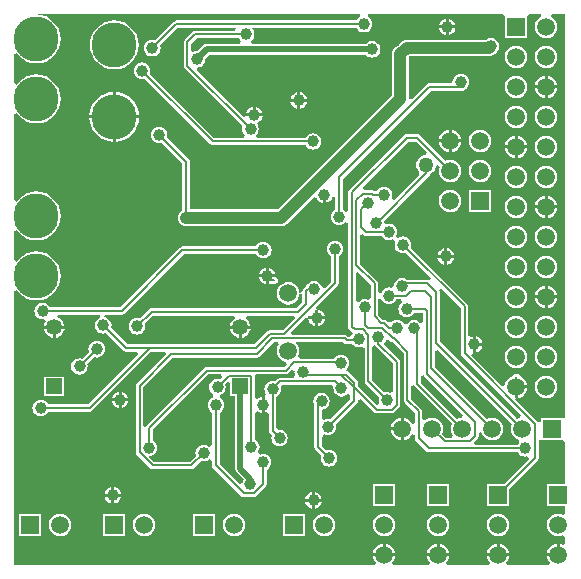
<source format=gbl>
%FSTAX23Y23*%
%MOIN*%
%SFA1B1*%

%IPPOS*%
%ADD22C,0.039370*%
%ADD23C,0.007870*%
%ADD26C,0.019690*%
%ADD32C,0.012600*%
%ADD33C,0.059060*%
%ADD34C,0.059060*%
%ADD35R,0.059060X0.059060*%
%ADD36C,0.150000*%
%ADD37R,0.059060X0.059060*%
%ADD38R,0.053150X0.053150*%
%ADD39C,0.053150*%
%ADD40C,0.050000*%
%ADD41C,0.039370*%
%LNpaw8-1*%
%LPD*%
G36*
X03166Y03806D02*
X0317Y03803D01*
X03175Y03802*
X03193*
X03195Y038*
X03201Y03795*
X03207Y03793*
X03215Y03792*
X03222Y03793*
X03226Y03794*
X03234Y03789*
Y03678*
X03235Y03673*
X03237Y03669*
X03282Y03625*
X03282Y03623*
X03281Y03616*
X03282Y03608*
X03283Y03604*
X03275Y03599*
X03212Y03662*
Y03672*
X03211Y03677*
X03208Y03681*
X03181Y03708*
X03177Y03711*
X03172Y03712*
Y03717*
X03175Y03719*
X0318Y03725*
X03182Y03731*
X03183Y03739*
X03182Y03746*
X0318Y03752*
X03175Y03758*
X03169Y03763*
X03163Y03765*
X03156Y03766*
X03148Y03765*
X03142Y03763*
X03136Y03758*
X03132Y03753*
X03018*
X03012Y03761*
X03016Y0377*
X03017Y0378*
X03016Y03789*
X03012Y03798*
X03006Y03806*
X03007Y03809*
X03163*
X03166Y03806*
G37*
G36*
X03441Y04441D02*
X0344Y04433D01*
X03431Y04432*
X03423Y04428*
X03416Y04423*
X03411Y04416*
X03407Y04408*
X03406Y044*
X03407Y04391*
X03411Y04383*
X03416Y04376*
X03417Y04376*
X03417Y04366*
X03332Y04281*
X03324Y04286*
X03326Y04292*
X03327Y043*
X03326Y04307*
X03324Y04313*
X03319Y04319*
X03313Y04324*
X03307Y04326*
X033Y04327*
X03292Y04326*
X03286Y04324*
X0328Y04319*
X03275Y04313*
X03267Y04313*
X03263Y04316*
X03258Y04317*
X03231*
X03228Y04326*
X03379Y04477*
X03405*
X03441Y04441*
G37*
G36*
X03265Y03799D02*
D01*
X03271Y03795*
X03328Y03738*
Y03647*
X03326Y03644*
X0332Y0364*
X03316Y03642*
X03309Y03643*
X03301Y03642*
X03299Y03642*
X03258Y03683*
Y03791*
X03265Y03799*
G37*
G36*
X02948Y038D02*
X02947Y03798D01*
X02943Y03789*
X02942Y0378*
X02943Y0377*
X02947Y03761*
X02953Y03753*
X02961Y03747*
X0297Y03743*
X02971Y03743*
X02975Y03734*
X02967Y03726*
X02708*
X02703Y03725*
X02699Y03722*
X02507Y0353*
X02505Y03527*
X02496Y0353*
Y03658*
X02595Y03757*
X02875*
X0288Y03758*
X02884Y0376*
X02932Y03809*
X02944*
X02948Y038*
G37*
G36*
X0276Y03692D02*
X02753Y03685D01*
X02751Y03685*
X02744Y03686*
X02736Y03685*
X0273Y03683*
X02724Y03678*
X0272Y03673*
X02717Y03666*
X02716Y03659*
X02717Y03651*
X0272Y03645*
X02724Y03639*
X0273Y03635*
Y03625*
X02725Y03623*
X02719Y03618*
X02714Y03612*
X02712Y03606*
X02711Y03599*
X02712Y03591*
X02714Y03585*
X02719Y03579*
X02725Y03574*
X02726Y03574*
Y03465*
X02717Y03458*
X02711Y03463*
X02705Y03465*
X02698Y03466*
X0269Y03465*
X02684Y03463*
X02678Y03458*
X02673Y03452*
X02671Y03446*
X0267Y03439*
X02671Y03431*
X02671Y03429*
X02652Y0341*
X02532*
X02515Y03427*
X02516Y03428*
X02523Y03429*
X02529Y03431*
X02535Y03436*
X0254Y03442*
X02542Y03448*
X02543Y03456*
X02542Y03463*
X0254Y03469*
X02535Y03475*
X02529Y0348*
X02528Y0348*
Y03517*
X02712Y03701*
X02757*
X0276Y03692*
G37*
G36*
X03555Y03923D02*
Y03771D01*
X03556Y03766*
X03559Y03762*
X03755Y03566*
X03752Y03556*
X0375Y03556*
X03743Y03553*
X03485Y03812*
Y03975*
X03484Y0398*
X03482Y03982*
X0349Y03988*
X03555Y03923*
G37*
G36*
X03432Y03695D02*
X03561Y03567D01*
X0356Y03562*
X03558Y03557*
X0355Y03556*
X03543Y03553*
X03422Y03674*
Y03695*
X03431Y03698*
X03432Y03695*
G37*
G36*
X03398Y03665D02*
X03401Y03661D01*
X03526Y03536*
X03523Y03529*
X03522Y0352*
X03523Y0351*
X03527Y03501*
X03529Y03498*
X03524Y0349*
X03506*
X03493Y03503*
X03496Y0351*
X03497Y0352*
X03496Y03529*
X03492Y03538*
X03486Y03546*
X03478Y03552*
X03469Y03556*
X0346Y03557*
X0345Y03556*
X03441Y03552*
X03435Y03548*
X03427Y03552*
Y03578*
X03426Y03582*
X03423Y03586*
X03389Y0362*
Y03664*
X03398Y03665*
X03398Y03665*
G37*
G36*
X02787Y03672D02*
Y03629D01*
X02803*
Y03386*
X02804Y0338*
X02805Y03379*
X02808Y03374*
X02831Y03351*
X0283Y03349*
X02828Y03343*
X02827Y03339*
X02818Y03336*
X02751Y03403*
Y03574*
X02752Y03574*
X02758Y03579*
X02763Y03585*
X02765Y03591*
X02766Y03599*
X02765Y03606*
X02763Y03612*
X02758Y03618*
X02752Y03623*
Y03632*
X02758Y03635*
X02763Y03639*
X02768Y03645*
X0277Y03651*
X02771Y03659*
X0277Y03666*
X0277Y03668*
X02778Y03676*
X02787Y03672*
G37*
G36*
X03726Y03536D02*
X03723Y03529D01*
X03722Y0352*
X03723Y0351*
X03727Y03501*
X03733Y03493*
X03741Y03487*
X0375Y03483*
X0375Y03474*
X03745Y03468*
X03745Y03467*
X03602*
X03599Y03476*
X0361Y03487*
X03612Y03489*
X03613Y03491*
X03614Y03496*
Y03507*
X03623Y03509*
X03627Y03501*
X03633Y03493*
X03641Y03487*
X0365Y03483*
X0366Y03482*
X03669Y03483*
X03678Y03487*
X03686Y03493*
X03692Y03501*
X03696Y0351*
X03697Y0352*
X03696Y03529*
X03692Y03538*
X03686Y03546*
X03678Y03552*
X03669Y03556*
X0366Y03557*
X0365Y03556*
X03643Y03553*
X03469Y03727*
Y0378*
X03478Y03784*
X03726Y03536*
G37*
G36*
X03231Y04166D02*
D01*
X03235Y04163*
X03235*
X0324Y04162*
X03291*
X03295Y04157*
X03301Y04152*
X03307Y0415*
X03315Y04149*
X03322Y0415*
X03328Y04152*
X0333Y04153*
X03337Y04147*
X03335Y04141*
X03334Y04134*
X03335Y04126*
X03337Y0412*
X03342Y04114*
X03348Y04109*
X03354Y04107*
X03362Y04106*
X03369Y04107*
X03371Y04107*
X03456Y04022*
X03449Y04015*
X03447Y04016*
X03442Y04017*
X03375*
X03373Y04019*
X03367Y04021*
X0336Y04022*
X03352Y04021*
X03346Y04019*
X0334Y04014*
X03335Y04008*
X03333Y04002*
X03332Y03995*
X03323Y0399*
X03322Y0399*
X03315Y03991*
X03308Y0399*
X03301Y03988*
X03296Y03983*
X03291Y03977*
X03289Y03973*
X0328Y03975*
Y04005*
X03279Y04009*
X03276Y04013*
X03219Y0407*
Y04165*
X03228Y04169*
X03231Y04166*
G37*
G36*
X03255Y04D02*
Y03958D01*
X0325Y03951*
X03247Y03949*
X03242Y03951*
X03235Y03952*
X03227Y03951*
X03221Y03949*
X03215Y03944*
X03213Y03942*
X03204Y03945*
Y04039*
X03213Y04042*
X03255Y04*
G37*
G36*
X03903Y03557D02*
D01*
X03897*
X03896*
X03822*
Y03543*
X03813Y03541*
X0381Y03545*
X03737Y03618*
X0374Y03622*
X03735Y03622*
Y0366*
X03739*
Y03665*
X03777*
X03776Y03669*
X03772Y03678*
X03766Y03686*
X03758Y03692*
X03751Y03695*
X03751Y03697*
X03748Y03701*
X03744Y03704*
X0374Y03705*
X03735Y03704*
X03731Y03701*
X03728Y03697*
X03728Y03695*
X03721Y03692*
X03713Y03686*
X03707Y03678*
X03703Y03669*
X03703Y03665*
X03693Y03662*
X03589Y03766*
X03594Y03774*
X03595Y03774*
Y03801*
Y03829*
X03592Y03828*
X03588Y03826*
X03582Y0383*
X0358Y03833*
Y03928*
X03579Y03932*
X03576Y03936*
X03388Y04124*
X03388Y04126*
X03389Y04134*
X03388Y04141*
X03386Y04147*
X03381Y04153*
X03375Y04158*
X03369Y0416*
X03362Y04161*
X03354Y0416*
X03348Y04158*
X03346Y04157*
X03339Y04163*
X03341Y04169*
X03342Y04177*
X03341Y04184*
X03339Y0419*
X03334Y04196*
X03328Y04201*
X03322Y04203*
X03315Y04204*
X03307Y04203*
X03307Y04203*
X03298Y04208*
X03298Y04212*
X03448Y04363*
X03451Y04367*
X03456Y04371*
X03463Y04376*
X03468Y04383*
X03472Y04391*
X03472Y04397*
X03477Y04399*
X03484Y04392*
X03483Y04389*
X03482Y0438*
X03483Y0437*
X03487Y04361*
X03493Y04353*
X03501Y04347*
X0351Y04343*
X0352Y04342*
X03529Y04343*
X03538Y04347*
X03546Y04353*
X03552Y04361*
X03556Y0437*
X03557Y0438*
X03556Y04389*
X03552Y04398*
X03546Y04406*
X03538Y04412*
X03529Y04416*
X0352Y04417*
X0351Y04416*
X03503Y04413*
X03418Y04498*
X03414Y04501*
X0341Y04502*
X03375*
X0337Y04501*
X03366Y04498*
X03186Y04318*
X03183Y04316*
X0318Y04312*
X03179Y04308*
Y04247*
X0317Y04244*
X03168Y04246*
X03162Y04251*
X03161Y04251*
Y04354*
X03454Y04647*
X03561*
X03566Y04648*
X0357Y04651*
X03571Y04653*
X03575Y04656*
X03579Y04662*
X03582Y04668*
X03583Y04676*
X03582Y04683*
X03579Y04689*
X03575Y04695*
X03569Y047*
X03562Y04702*
X03555Y04703*
X03548Y04702*
X03541Y047*
X03536Y04695*
X03531Y04689*
X03528Y04683*
X03527Y04676*
X03524Y04672*
X0345*
X03445Y04671*
X03441Y04668*
X03392Y04619*
X03383Y0462*
X03381Y04621*
Y04762*
X0365*
X03657Y04763*
X03663Y04765*
X03669Y0477*
X03671Y04773*
X03674Y04775*
X03679Y04781*
X03681Y04787*
X03682Y04795*
X03681Y04802*
X03679Y04808*
X03674Y04814*
X03668Y04819*
X03662Y04821*
X03655Y04822*
X03647Y04821*
X03641Y04819*
X03639Y04817*
X03375*
X03367Y04816*
X03361Y04814*
X03355Y04809*
X0335Y04803*
X03348Y04797*
X03347Y04795*
X03346Y04795*
X03339Y04792*
X03333Y04788*
X03329Y04782*
X03326Y04775*
X03325Y04768*
Y04631*
X02945Y04251*
X02652*
Y0441*
X02651Y04414*
X02648Y04418*
X02576Y0449*
X02576Y04492*
X02577Y045*
X02576Y04507*
X02574Y04513*
X02569Y04519*
X02563Y04524*
X02557Y04526*
X0255Y04527*
X02542Y04526*
X02536Y04524*
X0253Y04519*
X02525Y04513*
X02523Y04507*
X02522Y045*
X02523Y04492*
X02525Y04486*
X0253Y0448*
X02536Y04475*
X02542Y04473*
X0255Y04472*
X02557Y04473*
X02559Y04473*
X02627Y04405*
Y04248*
X02626Y04248*
X0262Y04243*
X02615Y04237*
X02613Y04231*
X02612Y04224*
X02613Y04216*
X02615Y0421*
X0262Y04204*
X02626Y04199*
X02632Y04197*
X0264Y04196*
X02957*
X02964Y04197*
X0297Y04199*
X02976Y04204*
X03064Y04292*
X03074Y0429*
X03075Y04286*
X0308Y0428*
X03086Y04275*
X03092Y04273*
X03095Y04272*
Y043*
X03105*
Y04272*
X03107Y04273*
X03113Y04275*
X03119Y0428*
X03124Y04286*
X03126Y04292*
X03127Y04294*
X03136Y04294*
Y04251*
X03135Y04251*
X03129Y04246*
X03124Y0424*
X03122Y04234*
X03121Y04227*
X03122Y04219*
X03124Y04213*
X03129Y04207*
X03135Y04202*
X03141Y042*
X03149Y04199*
X03156Y042*
X03162Y04202*
X03168Y04207*
X0317Y04209*
X03179Y04206*
Y0386*
X0318Y03856*
X03183Y03852*
X03192Y03842*
X03195Y03839*
X0319Y03833*
X03189Y03829*
X03179Y03827*
X03177Y03829*
X03173Y03832*
X03168Y03833*
X02993*
X02989Y03842*
X03038Y03891*
X03047Y03887*
X03047Y0389*
X03047Y03895*
X0307*
Y03917*
X03075Y03917*
X03073Y03926*
X03144Y03997*
X03146Y03999*
X03147Y04001*
X03148Y04006*
Y04095*
X03149Y04095*
X03155Y041*
X0316Y04106*
X03162Y04112*
X03163Y0412*
X03162Y04127*
X0316Y04133*
X03155Y04139*
X03149Y04144*
X03143Y04146*
X03136Y04147*
X03128Y04146*
X03122Y04144*
X03116Y04139*
X03111Y04133*
X03109Y04127*
X03108Y0412*
X03109Y04112*
X03111Y04106*
X03116Y041*
X03122Y04095*
X03123Y04095*
Y0401*
X03101Y03988*
X03091Y03991*
X03091Y03992*
X03089Y03998*
X03084Y04004*
X03078Y04009*
X03072Y04011*
X03065Y04012*
X03057Y04011*
X03051Y04009*
X03045Y04004*
X0304Y03998*
X03039Y03995*
X03036Y03993*
X03036*
X0303Y03987*
X03028Y03983*
X03027Y03979*
Y03975*
X03017Y03974*
X03016Y03981*
X03012Y0399*
X03006Y03998*
X02998Y04004*
X02989Y04008*
X0298Y04009*
X0297Y04008*
X02961Y04004*
X02953Y03998*
X02947Y0399*
X02943Y03981*
X02942Y03972*
X02943Y03962*
X02947Y03953*
X02953Y03945*
X02961Y03939*
X0297Y03935*
X0298Y03934*
X02989Y03935*
X02998Y03939*
X03006Y03945*
X03012Y03953*
X03016Y03962*
X03017Y03969*
X03027Y03968*
Y03941*
X03008Y03922*
X02524*
X02519Y03921*
X02515Y03918*
X02485Y03888*
X02483Y03888*
X02476Y03889*
X02468Y03888*
X02462Y03886*
X02456Y03881*
X02451Y03875*
X02449Y03869*
X02448Y03862*
X02449Y03854*
X02451Y03848*
X02456Y03842*
X02462Y03837*
X02468Y03835*
X02476Y03834*
X02483Y03835*
X02489Y03837*
X02495Y03842*
X025Y03848*
X02502Y03854*
X02503Y03862*
X02502Y03869*
X02502Y03871*
X02528Y03897*
X02798*
X02802Y03888*
X02795Y03882*
X02789Y03875*
X02786Y03867*
X02785Y03863*
X02854*
X02853Y03867*
X0285Y03875*
X02844Y03882*
X02837Y03888*
X02841Y03897*
X02998*
X03001Y03888*
X02962Y03849*
X02919*
X02914Y03848*
X02913Y03847*
X0291Y03845*
X02866Y03801*
X02518*
X02444*
X02389Y03855*
X0239Y03857*
X02391Y03865*
X0239Y03872*
X02387Y03878*
X02383Y03884*
X02377Y03889*
X0237Y03891*
X02363Y03892*
Y03894*
X0237Y039*
X02424*
X02428Y03901*
X02432Y03904*
X02631Y04103*
X02872*
X02872Y04102*
X02877Y04096*
X02883Y04091*
X02889Y04089*
X02897Y04088*
X02904Y04089*
X0291Y04091*
X02916Y04096*
X02921Y04102*
X02923Y04108*
X02924Y04116*
X02923Y04123*
X02921Y04129*
X02916Y04135*
X0291Y0414*
X02904Y04142*
X02897Y04143*
X02889Y04142*
X02883Y0414*
X02877Y04135*
X02872Y04129*
X02872Y04128*
X02627*
X02622Y04127*
X02618Y04124*
X02419Y03925*
X02185*
X02185Y03926*
X0218Y03932*
X02174Y03937*
X02168Y03939*
X02161Y0394*
X02153Y03939*
X02147Y03937*
X02141Y03932*
X02136Y03926*
X02134Y0392*
X02133Y03913*
X02134Y03905*
X02136Y03899*
X02141Y03893*
X02147Y03888*
X02153Y03886*
X02161Y03885*
X02166Y03885*
X02171Y03877*
X02169Y03875*
X02166Y03867*
X02165Y03863*
X02234*
X02233Y03867*
X0223Y03875*
X02224Y03882*
X02217Y03888*
X0221Y03891*
X02212Y039*
X02353*
X02353Y03897*
X02354Y03891*
X02349Y03889*
X02343Y03884*
X02339Y03878*
X02336Y03872*
X02335Y03865*
X02336Y03857*
X02339Y03851*
X02343Y03845*
X02349Y0384*
X02356Y03838*
X02363Y03837*
X0237Y03838*
X02372Y03838*
X0243Y0378*
X02434Y03778*
X02439Y03777*
X02476*
X0248Y03768*
X02314Y03602*
X02179*
X02179Y03603*
X02174Y03609*
X02168Y03614*
X02162Y03616*
X02155Y03617*
X02147Y03616*
X02141Y03614*
X02135Y03609*
X0213Y03603*
X02128Y03597*
X02127Y0359*
X02128Y03582*
X0213Y03576*
X02135Y0357*
X02141Y03565*
X02147Y03563*
X02155Y03562*
X02162Y03563*
X02168Y03565*
X02174Y0357*
X02179Y03576*
X02179Y03577*
X02319*
X02323Y03578*
X02327Y03581*
X02523Y03777*
X02568*
X02572Y03768*
X02475Y03671*
X02472Y03667*
X02471Y03663*
Y03442*
X02472Y03437*
X02475Y03433*
X02519Y03389*
X02523Y03386*
X02528Y03385*
X02657*
X02661Y03386*
X02665Y03389*
X02688Y03412*
X0269Y03412*
X02698Y03411*
X02705Y03412*
X02711Y03414*
X02717Y03419*
X02726Y03412*
Y03398*
X02727Y03393*
X0273Y03389*
X02823Y03296*
X02827Y03294*
X02832Y03293*
X02864*
X02868Y03294*
X02872Y03296*
X02904Y03328*
X02906Y03331*
X02907Y03332*
X02908Y03337*
Y03384*
X02909Y03384*
X02915Y03389*
X0292Y03395*
X02922Y03401*
X02923Y03409*
X02922Y03416*
X0292Y03422*
X02915Y03428*
X02909Y03433*
X02903Y03435*
X02896Y03436*
X02888Y03435*
X02884Y03434*
X02878Y03441*
X0288Y03444*
X02883Y03451*
X02884Y03458*
X02883Y03465*
X0288Y03472*
X02876Y03478*
X0287Y03482*
X02868Y03483*
Y03574*
X02872Y03577*
X02877Y03579*
X02882Y03575*
X02888Y03573*
X02891Y03572*
Y03599*
Y03627*
X02888Y03626*
X02882Y03624*
X02877Y0362*
X02872Y03622*
X02868Y03625*
Y03697*
X02871Y03701*
X02972*
X02976Y03702*
X0298Y03705*
X02992Y03717*
X03001Y03712*
X03Y0371*
X03001Y03702*
X03003Y03698*
X02999Y03692*
X02996Y0369*
X02953*
X02948Y03689*
X02944Y03686*
X02937Y03678*
X02935Y03679*
X02928Y0368*
X0292Y03679*
X02914Y03676*
X02908Y03672*
X02903Y03666*
X02901Y0366*
X029Y03652*
X02901Y03645*
X02903Y03638*
X02906Y03635*
X02901Y03627*
X02901Y03627*
Y03599*
Y03572*
X02903Y03573*
X02907Y03575*
X02913Y03571*
X02915Y03568*
Y03513*
X02916Y03508*
X02919Y03504*
X02924Y03499*
X02924Y03497*
X02923Y0349*
X02924Y03482*
X02926Y03476*
X02931Y0347*
X02937Y03465*
X02943Y03463*
X02951Y03462*
X02958Y03463*
X02964Y03465*
X0297Y0347*
X02975Y03476*
X02977Y03482*
X02978Y0349*
X02977Y03497*
X02975Y03503*
X0297Y03509*
X02964Y03514*
X02958Y03516*
X02951Y03517*
X02947Y03517*
X02941Y03522*
X0294Y03525*
Y03627*
X02941Y03628*
X02947Y03633*
X02952Y03638*
X02954Y03645*
X02955Y03652*
X02954Y0366*
X02954Y03661*
X02958Y03665*
X03122*
X03124Y03665*
X0313Y03658*
X0313Y03655*
X03131Y03648*
X03133Y03641*
X03138Y03635*
X03144Y03631*
X0315Y03628*
X03157Y03627*
X03165Y03628*
X03171Y03631*
X03177Y03635*
X03178Y03637*
X03187Y03633*
Y03618*
X03121Y03552*
X03119Y03552*
X03112Y03553*
X03104Y03552*
X031Y0355*
X03094Y03554*
X03092Y03557*
Y03584*
X03098Y03585*
X03104Y03587*
X0311Y03592*
X03115Y03598*
X03117Y03604*
X03118Y03612*
X03117Y03619*
X03115Y03625*
X0311Y03631*
X03104Y03636*
X03098Y03638*
X03091Y03639*
X03083Y03638*
X03077Y03636*
X03071Y03631*
X03066Y03625*
X03064Y03619*
X03063Y03612*
X03064Y03604*
X03066Y03598*
X03067Y03596*
Y03458*
X03068Y03453*
X03071Y03449*
X03089Y03431*
X03089Y03429*
X03088Y03422*
X03089Y03414*
X03091Y03408*
X03096Y03402*
X03102Y03397*
X03108Y03395*
X03116Y03394*
X03123Y03395*
X03129Y03397*
X03135Y03402*
X0314Y03408*
X03142Y03414*
X03143Y03422*
X03142Y03429*
X0314Y03435*
X03135Y03441*
X03129Y03446*
X03123Y03448*
X03116Y03449*
X03108Y03448*
X03106Y03448*
X03092Y03462*
Y03494*
X03094Y03497*
X031Y03501*
X03104Y03499*
X03112Y03498*
X03119Y03499*
X03125Y03501*
X03131Y03506*
X03136Y03512*
X03138Y03518*
X03139Y03526*
X03138Y03533*
X03138Y03535*
X03208Y03605*
X03211Y03609*
X03212Y03614*
Y03616*
X03221Y03619*
X03265Y03575*
X03269Y03572*
X03274Y03571*
X03325*
X03329Y03572*
X03333Y03575*
X03349Y03591*
X03352Y03595*
X03353Y036*
Y03743*
X03352Y03747*
X03349Y03751*
X03299Y03801*
X03299Y03805*
X03304Y03811*
X03305Y03815*
X03315Y03817*
X0332Y03812*
X03323Y03809*
X03326Y03809*
X03364Y03771*
Y03616*
X03365Y03611*
X03368Y03607*
X03402Y03573*
Y03539*
X03393Y03537*
X03392Y03538*
X03386Y03546*
X03378Y03552*
X03369Y03556*
X03365Y03557*
Y03519*
Y03482*
X03369Y03483*
X03378Y03487*
X03386Y03493*
X03392Y03501*
X03393Y03502*
X03402Y035*
Y03488*
X03403Y03483*
X03406Y03479*
X03439Y03446*
X03441Y03444*
X03443Y03443*
X03448Y03442*
X03745*
X03745Y03441*
X0375Y03435*
X03756Y0343*
X03762Y03428*
X0377Y03427*
X03777Y03428*
X03777Y03428*
X03783Y0342*
X037Y03337*
X03642*
Y03262*
X03717*
Y0332*
X0381Y03413*
X03813Y03417*
X03814Y03422*
Y03482*
X03822*
X03896*
X03903Y03475*
Y03337*
X03842*
Y03262*
X03903*
Y03239*
X03895Y03234*
X03889Y03236*
X0388Y03237*
X0387Y03236*
X03861Y03232*
X03853Y03226*
X03847Y03218*
X03843Y03209*
X03842Y032*
X03843Y0319*
X03847Y03181*
X03853Y03173*
X03861Y03167*
X0387Y03163*
X0388Y03162*
X03889Y03163*
X03895Y03165*
X03903Y0316*
Y03139*
X03895Y03134*
X03889Y03136*
X03885Y03137*
Y03099*
X0388*
Y03095*
X03842*
X03843Y0309*
X03847Y03081*
X03852Y03074*
X0385Y03069*
X03847Y03065*
X03712*
X03709Y03069*
X03707Y03074*
X03712Y03081*
X03716Y0309*
X03717Y03095*
X03642*
X03643Y0309*
X03647Y03081*
X03652Y03074*
X0365Y03069*
X03647Y03065*
X03512*
X03509Y03069*
X03507Y03074*
X03512Y03081*
X03516Y0309*
X03517Y03095*
X03442*
X03443Y0309*
X03447Y03081*
X03452Y03074*
X0345Y03069*
X03447Y03065*
X03332*
X03329Y03069*
X03327Y03074*
X03332Y03081*
X03336Y0309*
X03337Y03095*
X03262*
X03263Y0309*
X03267Y03081*
X03272Y03074*
X0327Y03069*
X03267Y03065*
X02065*
Y03978*
X02074Y03982*
X02082Y03972*
X02094Y03962*
X02108Y03954*
X02124Y0395*
X0214Y03948*
X02155Y0395*
X02171Y03954*
X02185Y03962*
X02197Y03972*
X02207Y03984*
X02215Y03998*
X02219Y04014*
X02221Y0403*
X02219Y04045*
X02215Y04061*
X02207Y04075*
X02197Y04087*
X02185Y04097*
X02171Y04105*
X02155Y04109*
X0214Y04111*
X02124Y04109*
X02108Y04105*
X02094Y04097*
X02082Y04087*
X02074Y04077*
X02065Y04081*
Y04178*
X02074Y04182*
X02082Y04172*
X02094Y04162*
X02108Y04154*
X02124Y0415*
X0214Y04148*
X02155Y0415*
X02171Y04154*
X02185Y04162*
X02197Y04172*
X02207Y04184*
X02215Y04198*
X02219Y04214*
X02221Y0423*
X02219Y04245*
X02215Y04261*
X02207Y04275*
X02197Y04287*
X02185Y04297*
X02171Y04305*
X02155Y04309*
X0214Y04311*
X02124Y04309*
X02108Y04305*
X02094Y04297*
X02082Y04287*
X02074Y04277*
X02065Y04281*
Y04568*
X02074Y04572*
X02082Y04562*
X02094Y04552*
X02108Y04544*
X02124Y0454*
X0214Y04538*
X02155Y0454*
X02171Y04544*
X02185Y04552*
X02197Y04562*
X02207Y04574*
X02215Y04588*
X02219Y04604*
X02221Y0462*
X02219Y04635*
X02215Y04651*
X02207Y04665*
X02197Y04677*
X02185Y04687*
X02171Y04695*
X02155Y04699*
X0214Y04701*
X02124Y04699*
X02108Y04695*
X02094Y04687*
X02082Y04677*
X02074Y04667*
X02065Y04671*
Y04768*
X02074Y04772*
X02082Y04762*
X02094Y04752*
X02108Y04744*
X02124Y0474*
X0214Y04738*
X02155Y0474*
X02171Y04744*
X02185Y04752*
X02197Y04762*
X02207Y04774*
X02215Y04788*
X02219Y04804*
X02221Y0482*
X02219Y04835*
X02215Y04851*
X02207Y04865*
X02197Y04877*
X02185Y04887*
X02171Y04895*
X02155Y04899*
X0214Y04901*
X02141Y04903*
X03218*
X0322Y04893*
X03219Y04893*
X03213Y04888*
X03208Y04882*
X03208Y04881*
X02607*
X02602Y0488*
X02598Y04877*
X02536Y04815*
X02534Y04815*
X02527Y04816*
X02519Y04815*
X02513Y04813*
X02507Y04808*
X02502Y04802*
X025Y04796*
X02499Y04789*
X025Y04781*
X02502Y04775*
X02507Y04769*
X02513Y04764*
X02519Y04762*
X02527Y04761*
X02534Y04762*
X0254Y04764*
X02546Y04769*
X02551Y04775*
X02553Y04781*
X02554Y04789*
X02553Y04796*
X02553Y04798*
X02611Y04856*
X02805*
X02806Y04856*
X02803Y04847*
X02669*
X02664Y04846*
X0266Y04843*
X02634Y04817*
X02631Y04813*
X02631Y04808*
Y0473*
X02631Y04726*
X02634Y04722*
X02827Y04529*
X02827Y04527*
X02826Y0452*
X02827Y04512*
X02829Y04506*
X02834Y045*
X02835Y04499*
X02832Y0449*
X02733*
X02519Y04704*
X02519Y04706*
X0252Y04714*
X02519Y04721*
X02517Y04727*
X02512Y04733*
X02506Y04738*
X025Y0474*
X02493Y04741*
X02485Y0474*
X02479Y04738*
X02473Y04733*
X02468Y04727*
X02466Y04721*
X02465Y04714*
X02466Y04706*
X02468Y047*
X02473Y04694*
X02479Y04689*
X02485Y04687*
X02493Y04686*
X025Y04687*
X02502Y04687*
X0272Y04469*
X02724Y04466*
X02729Y04465*
X03038*
X03038Y04464*
X03043Y04458*
X03049Y04453*
X03055Y04451*
X03063Y0445*
X0307Y04451*
X03076Y04453*
X03082Y04458*
X03087Y04464*
X03089Y0447*
X0309Y04478*
X03089Y04485*
X03087Y04491*
X03082Y04497*
X03076Y04502*
X0307Y04504*
X03063Y04505*
X03055Y04504*
X03049Y04502*
X03043Y04497*
X03038Y04491*
X03038Y0449*
X02875*
X02872Y04499*
X02873Y045*
X02878Y04506*
X0288Y04512*
X02881Y0452*
X0288Y04527*
X02878Y04533*
X02874Y04539*
X02874Y04539*
X0288Y04541*
X02886Y04546*
X02891Y04552*
X02893Y04558*
X02894Y04561*
X02839*
X02839Y04564*
X0283Y0456*
X02674Y04716*
X02675Y04724*
X02682Y04725*
X02688Y04727*
X02694Y04732*
X02699Y04738*
X02701Y04744*
X02702Y04752*
X02702Y04753*
X02716Y04767*
X03238*
X0324Y04765*
X03246Y0476*
X03252Y04758*
X0326Y04757*
X03267Y04758*
X03273Y0476*
X03279Y04765*
X03284Y04771*
X03286Y04777*
X03287Y04785*
X03286Y04792*
X03284Y04798*
X03279Y04804*
X03273Y04809*
X03267Y04811*
X0326Y04812*
X03252Y04811*
X03246Y04809*
X0324Y04804*
X03239Y04804*
X0286*
X02857Y04813*
X02859Y04815*
X02864Y04821*
X02866Y04827*
X02867Y04835*
X02866Y04842*
X02864Y04848*
X02859Y04854*
X0286Y04856*
X03208*
X03208Y04855*
X03213Y04849*
X03219Y04844*
X03225Y04842*
X03233Y04841*
X0324Y04842*
X03246Y04844*
X03252Y04849*
X03257Y04855*
X03259Y04861*
X0326Y04869*
X03259Y04876*
X03257Y04882*
X03252Y04888*
X03246Y04893*
X03245Y04893*
X03247Y04903*
X03695*
X03702Y04896*
Y04822*
X03777*
Y04896*
Y04897*
X03783Y04903*
X03821*
X03823Y04893*
X03821Y04892*
X03813Y04886*
X03807Y04878*
X03803Y04869*
X03802Y0486*
X03803Y0485*
X03807Y04841*
X03813Y04833*
X03821Y04827*
X0383Y04823*
X0384Y04822*
X03849Y04823*
X03858Y04827*
X03866Y04833*
X03872Y04841*
X03876Y0485*
X03877Y0486*
X03876Y04869*
X03872Y04878*
X03866Y04886*
X03858Y04892*
X03856Y04893*
X03858Y04903*
X03903*
Y03557*
G37*
G36*
X02815Y04821D02*
X0282Y04815D01*
X02822Y04813*
X02819Y04804*
X02709*
X02702Y04802*
X02696Y04798*
X02676Y04779*
X02675Y04779*
X02667Y04778*
X02663Y04776*
X02657Y0478*
X02655Y04783*
Y04803*
X02674Y04822*
X02815*
X02815Y04821*
G37*
G36*
X03291Y0395D02*
X03296Y03944D01*
X03301Y03939*
X03308Y03937*
X03315Y03936*
X03322Y03937*
X03329Y03939*
X03335Y03944*
X03339Y0395*
X0334Y03951*
X03355*
X03358Y03942*
X03355Y03939*
X0335Y03933*
X03348Y03927*
X03347Y0392*
X03348Y03912*
X0335Y03906*
X03355Y039*
X03361Y03895*
X03367Y03893*
X03375Y03892*
X03382Y03893*
X03388Y03895*
X03394Y039*
X03399Y03906*
X03399Y03907*
X03429*
X03429Y03907*
Y03877*
X0342Y03874*
X03419Y03874*
X03413Y03879*
X03407Y03881*
X034Y03882*
X03392Y03881*
X03386Y03879*
X0338Y03874*
X03376Y0387*
X03366*
X03362Y03875*
X03356Y0388*
X0335Y03882*
X03343Y03883*
X03335Y03882*
X03329Y0388*
X03323Y03875*
X03313Y03875*
X03308Y0388*
X03304Y03883*
X03299Y03884*
X03295*
X0328Y03899*
Y03952*
X03289Y03954*
X03291Y0395*
G37*
%LNpaw8-2*%
%LPC*%
G36*
X02414Y03643D02*
X02411Y03642D01*
X02405Y0364*
X02399Y03635*
X02394Y03629*
X02392Y03623*
X02391Y03621*
X02414*
Y03643*
G37*
G36*
X0307Y03885D02*
X03047D01*
X03048Y03882*
X0305Y03876*
X03055Y0387*
X03061Y03865*
X03067Y03863*
X0307Y03862*
Y03885*
G37*
G36*
X02424Y03643D02*
Y03621D01*
X02446*
X02445Y03623*
X02443Y03629*
X02438Y03635*
X02432Y0364*
X02426Y03642*
X02424Y03643*
G37*
G36*
X0384Y03697D02*
X0383Y03696D01*
X03821Y03692*
X03813Y03686*
X03807Y03678*
X03803Y03669*
X03802Y0366*
X03803Y0365*
X03807Y03641*
X03813Y03633*
X03821Y03627*
X0383Y03623*
X0384Y03622*
X03849Y03623*
X03858Y03627*
X03866Y03633*
X03872Y03641*
X03876Y0365*
X03877Y0366*
X03876Y03669*
X03872Y03678*
X03866Y03686*
X03858Y03692*
X03849Y03696*
X0384Y03697*
G37*
G36*
X03102Y03885D02*
X0308D01*
Y03862*
X03082Y03863*
X03088Y03865*
X03094Y0387*
X03099Y03876*
X03101Y03882*
X03102Y03885*
G37*
G36*
X02414Y03611D02*
X02391D01*
X02392Y03608*
X02394Y03602*
X02399Y03596*
X02405Y03591*
X02411Y03589*
X02414Y03588*
Y03611*
G37*
G36*
X0308Y03917D02*
Y03895D01*
X03102*
X03101Y03897*
X03099Y03903*
X03094Y03909*
X03088Y03914*
X03082Y03916*
X0308Y03917*
G37*
G36*
X02446Y03611D02*
X02424D01*
Y03588*
X02426Y03589*
X02432Y03591*
X02438Y03596*
X02443Y03602*
X02445Y03608*
X02446Y03611*
G37*
G36*
X03777Y03655D02*
X03745D01*
Y03622*
X03749Y03623*
X03758Y03627*
X03766Y03633*
X03772Y03641*
X03776Y0365*
X03777Y03655*
G37*
G36*
X03605Y03829D02*
Y03807D01*
X03627*
X03626Y03809*
X03624Y03815*
X03619Y03821*
X03613Y03826*
X03607Y03828*
X03605Y03829*
G37*
G36*
X03627Y03797D02*
X03605D01*
Y03774*
X03607Y03775*
X03613Y03777*
X03619Y03782*
X03624Y03788*
X03626Y03794*
X03627Y03797*
G37*
G36*
X02341Y03813D02*
X02334Y03812D01*
X02327Y03809*
X02321Y03805*
X02317Y03799*
X02314Y03792*
X02313Y03785*
X02314Y03778*
X02315Y03776*
X02293Y03754*
X02291Y03754*
X02284Y03755*
X02276Y03754*
X0227Y03752*
X02264Y03747*
X02259Y03741*
X02257Y03735*
X02256Y03728*
X02257Y0372*
X02259Y03714*
X02264Y03708*
X0227Y03703*
X02276Y03701*
X02284Y037*
X02291Y03701*
X02297Y03703*
X02303Y03708*
X02308Y03714*
X0231Y0372*
X02311Y03728*
X0231Y03735*
X0231Y03737*
X02332Y03759*
X02334Y03758*
X02341Y03757*
X02348Y03758*
X02355Y03761*
X02361Y03765*
X02365Y03771*
X02368Y03778*
X02369Y03785*
X02368Y03792*
X02365Y03799*
X02361Y03805*
X02355Y03809*
X02348Y03812*
X02341Y03813*
G37*
G36*
X02195Y03853D02*
X02165D01*
X02166Y03849*
X02169Y03841*
X02175Y03833*
X02182Y03828*
X02191Y03824*
X02195Y03824*
Y03853*
G37*
G36*
X0384Y03897D02*
X0383Y03896D01*
X03821Y03892*
X03813Y03886*
X03807Y03878*
X03803Y03869*
X03802Y0386*
X03803Y0385*
X03807Y03841*
X03813Y03833*
X03821Y03827*
X0383Y03823*
X0384Y03822*
X03849Y03823*
X03858Y03827*
X03866Y03833*
X03872Y03841*
X03876Y0385*
X03877Y0386*
X03876Y03869*
X03872Y03878*
X03866Y03886*
X03858Y03892*
X03849Y03896*
X0384Y03897*
G37*
G36*
X0374D02*
X0373Y03896D01*
X03721Y03892*
X03713Y03886*
X03707Y03878*
X03703Y03869*
X03702Y0386*
X03703Y0385*
X03707Y03841*
X03713Y03833*
X03721Y03827*
X0373Y03823*
X0374Y03822*
X03749Y03823*
X03758Y03827*
X03766Y03833*
X03772Y03841*
X03776Y0385*
X03777Y0386*
X03776Y03869*
X03772Y03878*
X03766Y03886*
X03758Y03892*
X03749Y03896*
X0374Y03897*
G37*
G36*
X02815Y03853D02*
X02785D01*
X02786Y03849*
X02789Y03841*
X02795Y03833*
X02802Y03828*
X02811Y03824*
X02815Y03824*
Y03853*
G37*
G36*
X02854D02*
X02825D01*
Y03824*
X02828Y03824*
X02837Y03828*
X02844Y03833*
X0285Y03841*
X02853Y03849*
X02854Y03853*
G37*
G36*
X02232Y03694D02*
X02167D01*
Y03629*
X02232*
Y03694*
G37*
G36*
X02234Y03853D02*
X02205D01*
Y03824*
X02208Y03824*
X02217Y03828*
X02224Y03833*
X0223Y03841*
X02233Y03849*
X02234Y03853*
G37*
G36*
X0384Y03797D02*
X0383Y03796D01*
X03821Y03792*
X03813Y03786*
X03807Y03778*
X03803Y03769*
X03802Y0376*
X03803Y0375*
X03807Y03741*
X03813Y03733*
X03821Y03727*
X0383Y03723*
X0384Y03722*
X03849Y03723*
X03858Y03727*
X03866Y03733*
X03872Y03741*
X03876Y0375*
X03877Y0376*
X03876Y03769*
X03872Y03778*
X03866Y03786*
X03858Y03792*
X03849Y03796*
X0384Y03797*
G37*
G36*
X0374D02*
X0373Y03796D01*
X03721Y03792*
X03713Y03786*
X03707Y03778*
X03703Y03769*
X03702Y0376*
X03703Y0375*
X03707Y03741*
X03713Y03733*
X03721Y03727*
X0373Y03723*
X0374Y03722*
X03749Y03723*
X03758Y03727*
X03766Y03733*
X03772Y03741*
X03776Y0375*
X03777Y0376*
X03776Y03769*
X03772Y03778*
X03766Y03786*
X03758Y03792*
X03749Y03796*
X0374Y03797*
G37*
G36*
X031Y03237D02*
X0309Y03236D01*
X03081Y03232*
X03073Y03226*
X03067Y03218*
X03063Y03209*
X03062Y032*
X03063Y0319*
X03067Y03181*
X03073Y03173*
X03081Y03167*
X0309Y03163*
X031Y03162*
X03109Y03163*
X03118Y03167*
X03126Y03173*
X03132Y03181*
X03136Y0319*
X03137Y032*
X03136Y03209*
X03132Y03218*
X03126Y03226*
X03118Y03232*
X03109Y03236*
X031Y03237*
G37*
G36*
X028D02*
X0279Y03236D01*
X02781Y03232*
X02773Y03226*
X02767Y03218*
X02763Y03209*
X02762Y032*
X02763Y0319*
X02767Y03181*
X02773Y03173*
X02781Y03167*
X0279Y03163*
X028Y03162*
X02809Y03163*
X02818Y03167*
X02826Y03173*
X02832Y03181*
X02836Y0319*
X02837Y032*
X02836Y03209*
X02832Y03218*
X02826Y03226*
X02818Y03232*
X02809Y03236*
X028Y03237*
G37*
G36*
X025D02*
X0249Y03236D01*
X02481Y03232*
X02473Y03226*
X02467Y03218*
X02463Y03209*
X02462Y032*
X02463Y0319*
X02467Y03181*
X02473Y03173*
X02481Y03167*
X0249Y03163*
X025Y03162*
X02509Y03163*
X02518Y03167*
X02526Y03173*
X02532Y03181*
X02536Y0319*
X02537Y032*
X02536Y03209*
X02532Y03218*
X02526Y03226*
X02518Y03232*
X02509Y03236*
X025Y03237*
G37*
G36*
X033D02*
X0329Y03236D01*
X03281Y03232*
X03273Y03226*
X03267Y03218*
X03263Y03209*
X03262Y032*
X03263Y0319*
X03267Y03181*
X03273Y03173*
X03281Y03167*
X0329Y03163*
X033Y03162*
X03309Y03163*
X03318Y03167*
X03326Y03173*
X03332Y03181*
X03336Y0319*
X03337Y032*
X03336Y03209*
X03332Y03218*
X03326Y03226*
X03318Y03232*
X03309Y03236*
X033Y03237*
G37*
G36*
X02157Y03237D02*
X02082D01*
Y03162*
X02157*
Y03237*
G37*
G36*
X0368Y03237D02*
X0367Y03236D01*
X03661Y03232*
X03653Y03226*
X03647Y03218*
X03643Y03209*
X03642Y032*
X03643Y0319*
X03647Y03181*
X03653Y03173*
X03661Y03167*
X0367Y03163*
X0368Y03162*
X03689Y03163*
X03698Y03167*
X03706Y03173*
X03712Y03181*
X03716Y0319*
X03717Y032*
X03716Y03209*
X03712Y03218*
X03706Y03226*
X03698Y03232*
X03689Y03236*
X0368Y03237*
G37*
G36*
X0348D02*
X0347Y03236D01*
X03461Y03232*
X03453Y03226*
X03447Y03218*
X03443Y03209*
X03442Y032*
X03443Y0319*
X03447Y03181*
X03453Y03173*
X03461Y03167*
X0347Y03163*
X0348Y03162*
X03489Y03163*
X03498Y03167*
X03506Y03173*
X03512Y03181*
X03516Y0319*
X03517Y032*
X03516Y03209*
X03512Y03218*
X03506Y03226*
X03498Y03232*
X03489Y03236*
X0348Y03237*
G37*
G36*
X0222D02*
X0221Y03236D01*
X02201Y03232*
X02193Y03226*
X02187Y03218*
X02183Y03209*
X02182Y032*
X02183Y0319*
X02187Y03181*
X02193Y03173*
X02201Y03167*
X0221Y03163*
X0222Y03162*
X02229Y03163*
X02238Y03167*
X02246Y03173*
X02252Y03181*
X02256Y0319*
X02257Y032*
X02256Y03209*
X02252Y03218*
X02246Y03226*
X02238Y03232*
X02229Y03236*
X0222Y03237*
G37*
G36*
X03475Y03137D02*
X0347Y03136D01*
X03461Y03132*
X03453Y03126*
X03447Y03118*
X03443Y03109*
X03442Y03105*
X03475*
Y03137*
G37*
G36*
X03305D02*
Y03105D01*
X03337*
X03336Y03109*
X03332Y03118*
X03326Y03126*
X03318Y03132*
X03309Y03136*
X03305Y03137*
G37*
G36*
X03295D02*
X0329Y03136D01*
X03281Y03132*
X03273Y03126*
X03267Y03118*
X03263Y03109*
X03262Y03105*
X03295*
Y03137*
G37*
G36*
X03485D02*
Y03105D01*
X03517*
X03516Y03109*
X03512Y03118*
X03506Y03126*
X03498Y03132*
X03489Y03136*
X03485Y03137*
G37*
G36*
X03875D02*
X0387Y03136D01*
X03861Y03132*
X03853Y03126*
X03847Y03118*
X03843Y03109*
X03842Y03105*
X03875*
Y03137*
G37*
G36*
X03685D02*
Y03105D01*
X03717*
X03716Y03109*
X03712Y03118*
X03706Y03126*
X03698Y03132*
X03689Y03136*
X03685Y03137*
G37*
G36*
X03675D02*
X0367Y03136D01*
X03661Y03132*
X03653Y03126*
X03647Y03118*
X03643Y03109*
X03642Y03105*
X03675*
Y03137*
G37*
G36*
X03069Y03309D02*
Y03287D01*
X03091*
X0309Y03289*
X03088Y03295*
X03083Y03301*
X03077Y03306*
X03071Y03308*
X03069Y03309*
G37*
G36*
X03059D02*
X03056Y03308D01*
X0305Y03306*
X03044Y03301*
X03039Y03295*
X03037Y03289*
X03036Y03287*
X03059*
Y03309*
G37*
G36*
X02422Y03294D02*
X024D01*
Y03271*
X02402Y03272*
X02408Y03274*
X02414Y03279*
X02419Y03285*
X02421Y03291*
X02422Y03294*
G37*
G36*
X0239Y03326D02*
X02387Y03325D01*
X02381Y03323*
X02375Y03318*
X0237Y03312*
X02368Y03306*
X02367Y03304*
X0239*
Y03326*
G37*
G36*
X03355Y03557D02*
X0335Y03556D01*
X03341Y03552*
X03333Y03546*
X03327Y03538*
X03323Y03529*
X03322Y03525*
X03355*
Y03557*
G37*
G36*
Y03515D02*
X03322D01*
X03323Y0351*
X03327Y03501*
X03333Y03493*
X03341Y03487*
X0335Y03483*
X03355Y03482*
Y03515*
G37*
G36*
X024Y03326D02*
Y03304D01*
X02422*
X02421Y03306*
X02419Y03312*
X02414Y03318*
X02408Y03323*
X02402Y03325*
X024Y03326*
G37*
G36*
X0239Y03294D02*
X02367D01*
X02368Y03291*
X0237Y03285*
X02375Y03279*
X02381Y03274*
X02387Y03272*
X0239Y03271*
Y03294*
G37*
G36*
X03037Y03237D02*
X02962D01*
Y03162*
X03037*
Y03237*
G37*
G36*
X02737D02*
X02662D01*
Y03162*
X02737*
Y03237*
G37*
G36*
X02437D02*
X02362D01*
Y03162*
X02437*
Y03237*
G37*
G36*
X03059Y03277D02*
X03036D01*
X03037Y03274*
X03039Y03268*
X03044Y03262*
X0305Y03257*
X03056Y03255*
X03059Y03254*
Y03277*
G37*
G36*
X03517Y03337D02*
X03442D01*
Y03262*
X03517*
Y03337*
G37*
G36*
X03337D02*
X03262D01*
Y03262*
X03337*
Y03337*
G37*
G36*
X03091Y03277D02*
X03069D01*
Y03254*
X03071Y03255*
X03077Y03257*
X03083Y03262*
X03088Y03268*
X0309Y03274*
X03091Y03277*
G37*
G36*
X02395Y04642D02*
X02383Y04641D01*
X02368Y04636*
X02353Y04629*
X02341Y04618*
X0233Y04606*
X02323Y04591*
X02318Y04576*
X02317Y04565*
X02395*
Y04642*
G37*
G36*
X0384Y04597D02*
X0383Y04596D01*
X03821Y04592*
X03813Y04586*
X03807Y04578*
X03803Y04569*
X03802Y0456*
X03803Y0455*
X03807Y04541*
X03813Y04533*
X03821Y04527*
X0383Y04523*
X0384Y04522*
X03849Y04523*
X03858Y04527*
X03866Y04533*
X03872Y04541*
X03876Y0455*
X03877Y0456*
X03876Y04569*
X03872Y04578*
X03866Y04586*
X03858Y04592*
X03849Y04596*
X0384Y04597*
G37*
G36*
X0374D02*
X0373Y04596D01*
X03721Y04592*
X03713Y04586*
X03707Y04578*
X03703Y04569*
X03702Y0456*
X03703Y0455*
X03707Y04541*
X03713Y04533*
X03721Y04527*
X0373Y04523*
X0374Y04522*
X03749Y04523*
X03758Y04527*
X03766Y04533*
X03772Y04541*
X03776Y0455*
X03777Y0456*
X03776Y04569*
X03772Y04578*
X03766Y04586*
X03758Y04592*
X03749Y04596*
X0374Y04597*
G37*
G36*
X02405Y04642D02*
Y04565D01*
X02482*
X02481Y04576*
X02476Y04591*
X02469Y04606*
X02458Y04618*
X02446Y04629*
X02431Y04636*
X02416Y04641*
X02405Y04642*
G37*
G36*
X0301Y0461D02*
X02987D01*
X02988Y04607*
X0299Y04601*
X02995Y04595*
X03001Y0459*
X03007Y04588*
X0301Y04587*
Y0461*
G37*
G36*
X02872Y04593D02*
Y04571D01*
X02894*
X02893Y04573*
X02891Y04579*
X02886Y04585*
X0288Y0459*
X02874Y04592*
X02872Y04593*
G37*
G36*
X02862D02*
X02859Y04592D01*
X02853Y0459*
X02847Y04585*
X02842Y04579*
X0284Y04573*
X02839Y04571*
X02862*
Y04593*
G37*
G36*
X03525Y04517D02*
Y04485D01*
X03557*
X03556Y04489*
X03552Y04498*
X03546Y04506*
X03538Y04512*
X03529Y04516*
X03525Y04517*
G37*
G36*
X03735Y04497D02*
X0373Y04496D01*
X03721Y04492*
X03713Y04486*
X03707Y04478*
X03703Y04469*
X03702Y04465*
X03735*
Y04497*
G37*
G36*
X03557Y04475D02*
X03525D01*
Y04442*
X03529Y04443*
X03538Y04447*
X03546Y04453*
X03552Y04461*
X03556Y0447*
X03557Y04475*
G37*
G36*
X03515D02*
X03482D01*
X03483Y0447*
X03487Y04461*
X03493Y04453*
X03501Y04447*
X0351Y04443*
X03515Y04442*
Y04475*
G37*
G36*
X03745Y04497D02*
Y04465D01*
X03777*
X03776Y04469*
X03772Y04478*
X03766Y04486*
X03758Y04492*
X03749Y04496*
X03745Y04497*
G37*
G36*
X03515Y04517D02*
X0351Y04516D01*
X03501Y04512*
X03493Y04506*
X03487Y04498*
X03483Y04489*
X03482Y04485*
X03515*
Y04517*
G37*
G36*
X02482Y04555D02*
X02405D01*
Y04477*
X02416Y04478*
X02431Y04483*
X02446Y0449*
X02458Y04501*
X02469Y04513*
X02476Y04528*
X02481Y04543*
X02482Y04555*
G37*
G36*
X02395D02*
X02317D01*
X02318Y04543*
X02323Y04528*
X0233Y04513*
X02341Y04501*
X02353Y0449*
X02368Y04483*
X02383Y04478*
X02395Y04477*
Y04555*
G37*
G36*
X0384Y04797D02*
X0383Y04796D01*
X03821Y04792*
X03813Y04786*
X03807Y04778*
X03803Y04769*
X03802Y0476*
X03803Y0475*
X03807Y04741*
X03813Y04733*
X03821Y04727*
X0383Y04723*
X0384Y04722*
X03849Y04723*
X03858Y04727*
X03866Y04733*
X03872Y04741*
X03876Y0475*
X03877Y0476*
X03876Y04769*
X03872Y04778*
X03866Y04786*
X03858Y04792*
X03849Y04796*
X0384Y04797*
G37*
G36*
X0374D02*
X0373Y04796D01*
X03721Y04792*
X03713Y04786*
X03707Y04778*
X03703Y04769*
X03702Y0476*
X03703Y0475*
X03707Y04741*
X03713Y04733*
X03721Y04727*
X0373Y04723*
X0374Y04722*
X03749Y04723*
X03758Y04727*
X03766Y04733*
X03772Y04741*
X03776Y0475*
X03777Y0476*
X03776Y04769*
X03772Y04778*
X03766Y04786*
X03758Y04792*
X03749Y04796*
X0374Y04797*
G37*
G36*
X024Y04881D02*
X02384Y04879D01*
X02368Y04875*
X02354Y04867*
X02342Y04857*
X02332Y04845*
X02324Y04831*
X0232Y04815*
X02318Y048*
X0232Y04784*
X02324Y04768*
X02332Y04754*
X02342Y04742*
X02354Y04732*
X02368Y04724*
X02384Y0472*
X024Y04718*
X02415Y0472*
X02431Y04724*
X02445Y04732*
X02457Y04742*
X02467Y04754*
X02475Y04768*
X02479Y04784*
X02481Y048*
X02479Y04815*
X02475Y04831*
X02467Y04845*
X02457Y04857*
X02445Y04867*
X02431Y04875*
X02415Y04879*
X024Y04881*
G37*
G36*
X03505Y04855D02*
X03482D01*
X03483Y04852*
X03485Y04846*
X0349Y0484*
X03496Y04835*
X03502Y04833*
X03505Y04832*
Y04855*
G37*
G36*
X03515Y04887D02*
Y04865D01*
X03537*
X03536Y04867*
X03534Y04873*
X03529Y04879*
X03523Y04884*
X03517Y04886*
X03515Y04887*
G37*
G36*
X03505D02*
X03502Y04886D01*
X03496Y04884*
X0349Y04879*
X03485Y04873*
X03483Y04867*
X03482Y04865*
X03505*
Y04887*
G37*
G36*
X03537Y04855D02*
X03515D01*
Y04832*
X03517Y04833*
X03523Y04835*
X03529Y0484*
X03534Y04846*
X03536Y04852*
X03537Y04855*
G37*
G36*
X03845Y04697D02*
Y04665D01*
X03877*
X03876Y04669*
X03872Y04678*
X03866Y04686*
X03858Y04692*
X03849Y04696*
X03845Y04697*
G37*
G36*
X0302Y04642D02*
Y0462D01*
X03042*
X03041Y04622*
X03039Y04628*
X03034Y04634*
X03028Y04639*
X03022Y04641*
X0302Y04642*
G37*
G36*
X0301D02*
X03007Y04641D01*
X03001Y04639*
X02995Y04634*
X0299Y04628*
X02988Y04622*
X02987Y0462*
X0301*
Y04642*
G37*
G36*
X03042Y0461D02*
X0302D01*
Y04587*
X03022Y04588*
X03028Y0459*
X03034Y04595*
X03039Y04601*
X03041Y04607*
X03042Y0461*
G37*
G36*
X0374Y04697D02*
X0373Y04696D01*
X03721Y04692*
X03713Y04686*
X03707Y04678*
X03703Y04669*
X03702Y0466*
X03703Y0465*
X03707Y04641*
X03713Y04633*
X03721Y04627*
X0373Y04623*
X0374Y04622*
X03749Y04623*
X03758Y04627*
X03766Y04633*
X03772Y04641*
X03776Y0465*
X03777Y0466*
X03776Y04669*
X03772Y04678*
X03766Y04686*
X03758Y04692*
X03749Y04696*
X0374Y04697*
G37*
G36*
X03835Y04697D02*
X0383Y04696D01*
X03821Y04692*
X03813Y04686*
X03807Y04678*
X03803Y04669*
X03802Y04665*
X03835*
Y04697*
G37*
G36*
X03877Y04655D02*
X03845D01*
Y04622*
X03849Y04623*
X03858Y04627*
X03866Y04633*
X03872Y04641*
X03876Y0465*
X03877Y04655*
G37*
G36*
X03835D02*
X03802D01*
X03803Y0465*
X03807Y04641*
X03813Y04633*
X03821Y04627*
X0383Y04623*
X03835Y04622*
Y04655*
G37*
G36*
X0362Y04517D02*
X0361Y04516D01*
X03601Y04512*
X03593Y04506*
X03587Y04498*
X03583Y04489*
X03582Y0448*
X03583Y0447*
X03587Y04461*
X03593Y04453*
X03601Y04447*
X0361Y04443*
X0362Y04442*
X03629Y04443*
X03638Y04447*
X03646Y04453*
X03652Y04461*
X03656Y0447*
X03657Y0448*
X03656Y04489*
X03652Y04498*
X03646Y04506*
X03638Y04512*
X03629Y04516*
X0362Y04517*
G37*
G36*
X02915Y04057D02*
Y04035D01*
X02937*
X02936Y04037*
X02934Y04043*
X02929Y04049*
X02923Y04054*
X02917Y04056*
X02915Y04057*
G37*
G36*
X02905D02*
X02902Y04056D01*
X02896Y04054*
X0289Y04049*
X02885Y04043*
X02883Y04037*
X02882Y04035*
X02905*
Y04057*
G37*
G36*
X0384Y04097D02*
X0383Y04096D01*
X03821Y04092*
X03813Y04086*
X03807Y04078*
X03803Y04069*
X03802Y0406*
X03803Y0405*
X03807Y04041*
X03813Y04033*
X03821Y04027*
X0383Y04023*
X0384Y04022*
X03849Y04023*
X03858Y04027*
X03866Y04033*
X03872Y04041*
X03876Y0405*
X03877Y0406*
X03876Y04069*
X03872Y04078*
X03866Y04086*
X03858Y04092*
X03849Y04096*
X0384Y04097*
G37*
G36*
X035Y0409D02*
X03477D01*
X03478Y04087*
X0348Y04081*
X03485Y04075*
X03491Y0407*
X03497Y04068*
X035Y04067*
Y0409*
G37*
G36*
X0351Y04122D02*
Y041D01*
X03532*
X03531Y04102*
X03529Y04108*
X03524Y04114*
X03518Y04119*
X03512Y04121*
X0351Y04122*
G37*
G36*
X035D02*
X03497Y04121D01*
X03491Y04119*
X03485Y04114*
X0348Y04108*
X03478Y04102*
X03477Y041*
X035*
Y04122*
G37*
G36*
X03532Y0409D02*
X0351D01*
Y04067*
X03512Y04068*
X03518Y0407*
X03524Y04075*
X03529Y04081*
X03531Y04087*
X03532Y0409*
G37*
G36*
X0374Y04097D02*
X0373Y04096D01*
X03721Y04092*
X03713Y04086*
X03707Y04078*
X03703Y04069*
X03702Y0406*
X03703Y0405*
X03707Y04041*
X03713Y04033*
X03721Y04027*
X0373Y04023*
X0374Y04022*
X03749Y04023*
X03758Y04027*
X03766Y04033*
X03772Y04041*
X03776Y0405*
X03777Y0406*
X03776Y04069*
X03772Y04078*
X03766Y04086*
X03758Y04092*
X03749Y04096*
X0374Y04097*
G37*
G36*
X03877Y03955D02*
X03845D01*
Y03922*
X03849Y03923*
X03858Y03927*
X03866Y03933*
X03872Y03941*
X03876Y0395*
X03877Y03955*
G37*
G36*
X03835D02*
X03802D01*
X03803Y0395*
X03807Y03941*
X03813Y03933*
X03821Y03927*
X0383Y03923*
X03835Y03922*
Y03955*
G37*
G36*
X0374Y03997D02*
X0373Y03996D01*
X03721Y03992*
X03713Y03986*
X03707Y03978*
X03703Y03969*
X03702Y0396*
X03703Y0395*
X03707Y03941*
X03713Y03933*
X03721Y03927*
X0373Y03923*
X0374Y03922*
X03749Y03923*
X03758Y03927*
X03766Y03933*
X03772Y03941*
X03776Y0395*
X03777Y0396*
X03776Y03969*
X03772Y03978*
X03766Y03986*
X03758Y03992*
X03749Y03996*
X0374Y03997*
G37*
G36*
X03835Y03997D02*
X0383Y03996D01*
X03821Y03992*
X03813Y03986*
X03807Y03978*
X03803Y03969*
X03802Y03965*
X03835*
Y03997*
G37*
G36*
X02937Y04026D02*
X02937Y04025D01*
X02915*
Y04002*
X02915Y04002*
X02933*
X02937Y04003*
X02941Y04006*
X02944Y0401*
X02945Y04015*
X02944Y04019*
X02941Y04023*
X02937Y04026*
X02937Y04026*
G37*
G36*
X02905Y04025D02*
X02882D01*
X02883Y04022*
X02885Y04016*
X0289Y0401*
X02896Y04005*
X02902Y04003*
X02905Y04002*
Y04025*
G37*
G36*
X03845Y03997D02*
Y03965D01*
X03877*
X03876Y03969*
X03872Y03978*
X03866Y03986*
X03858Y03992*
X03849Y03996*
X03845Y03997*
G37*
G36*
X0384Y04397D02*
X0383Y04396D01*
X03821Y04392*
X03813Y04386*
X03807Y04378*
X03803Y04369*
X03802Y0436*
X03803Y0435*
X03807Y04341*
X03813Y04333*
X03821Y04327*
X0383Y04323*
X0384Y04322*
X03849Y04323*
X03858Y04327*
X03866Y04333*
X03872Y04341*
X03876Y0435*
X03877Y0436*
X03876Y04369*
X03872Y04378*
X03866Y04386*
X03858Y04392*
X03849Y04396*
X0384Y04397*
G37*
G36*
X0374D02*
X0373Y04396D01*
X03721Y04392*
X03713Y04386*
X03707Y04378*
X03703Y04369*
X03702Y0436*
X03703Y0435*
X03707Y04341*
X03713Y04333*
X03721Y04327*
X0373Y04323*
X0374Y04322*
X03749Y04323*
X03758Y04327*
X03766Y04333*
X03772Y04341*
X03776Y0435*
X03777Y0436*
X03776Y04369*
X03772Y04378*
X03766Y04386*
X03758Y04392*
X03749Y04396*
X0374Y04397*
G37*
G36*
X03845Y04297D02*
Y04265D01*
X03877*
X03876Y04269*
X03872Y04278*
X03866Y04286*
X03858Y04292*
X03849Y04296*
X03845Y04297*
G37*
G36*
X0362Y04417D02*
X0361Y04416D01*
X03601Y04412*
X03593Y04406*
X03587Y04398*
X03583Y04389*
X03582Y0438*
X03583Y0437*
X03587Y04361*
X03593Y04353*
X03601Y04347*
X0361Y04343*
X0362Y04342*
X03629Y04343*
X03638Y04347*
X03646Y04353*
X03652Y04361*
X03656Y0437*
X03657Y0438*
X03656Y04389*
X03652Y04398*
X03646Y04406*
X03638Y04412*
X03629Y04416*
X0362Y04417*
G37*
G36*
X03777Y04455D02*
X03745D01*
Y04422*
X03749Y04423*
X03758Y04427*
X03766Y04433*
X03772Y04441*
X03776Y0445*
X03777Y04455*
G37*
G36*
X03735D02*
X03702D01*
X03703Y0445*
X03707Y04441*
X03713Y04433*
X03721Y04427*
X0373Y04423*
X03735Y04422*
Y04455*
G37*
G36*
X0384Y04497D02*
X0383Y04496D01*
X03821Y04492*
X03813Y04486*
X03807Y04478*
X03803Y04469*
X03802Y0446*
X03803Y0445*
X03807Y04441*
X03813Y04433*
X03821Y04427*
X0383Y04423*
X0384Y04422*
X03849Y04423*
X03858Y04427*
X03866Y04433*
X03872Y04441*
X03876Y0445*
X03877Y0446*
X03876Y04469*
X03872Y04478*
X03866Y04486*
X03858Y04492*
X03849Y04496*
X0384Y04497*
G37*
G36*
X03835Y04297D02*
X0383Y04296D01*
X03821Y04292*
X03813Y04286*
X03807Y04278*
X03803Y04269*
X03802Y04265*
X03835*
Y04297*
G37*
G36*
X0374Y04297D02*
X0373Y04296D01*
X03721Y04292*
X03713Y04286*
X03707Y04278*
X03703Y04269*
X03702Y0426*
X03703Y0425*
X03707Y04241*
X03713Y04233*
X03721Y04227*
X0373Y04223*
X0374Y04222*
X03749Y04223*
X03758Y04227*
X03766Y04233*
X03772Y04241*
X03776Y0425*
X03777Y0426*
X03776Y04269*
X03772Y04278*
X03766Y04286*
X03758Y04292*
X03749Y04296*
X0374Y04297*
G37*
G36*
X0384Y04197D02*
X0383Y04196D01*
X03821Y04192*
X03813Y04186*
X03807Y04178*
X03803Y04169*
X03802Y0416*
X03803Y0415*
X03807Y04141*
X03813Y04133*
X03821Y04127*
X0383Y04123*
X0384Y04122*
X03849Y04123*
X03858Y04127*
X03866Y04133*
X03872Y04141*
X03876Y0415*
X03877Y0416*
X03876Y04169*
X03872Y04178*
X03866Y04186*
X03858Y04192*
X03849Y04196*
X0384Y04197*
G37*
G36*
X0374D02*
X0373Y04196D01*
X03721Y04192*
X03713Y04186*
X03707Y04178*
X03703Y04169*
X03702Y0416*
X03703Y0415*
X03707Y04141*
X03713Y04133*
X03721Y04127*
X0373Y04123*
X0374Y04122*
X03749Y04123*
X03758Y04127*
X03766Y04133*
X03772Y04141*
X03776Y0415*
X03777Y0416*
X03776Y04169*
X03772Y04178*
X03766Y04186*
X03758Y04192*
X03749Y04196*
X0374Y04197*
G37*
G36*
X03835Y04255D02*
X03802D01*
X03803Y0425*
X03807Y04241*
X03813Y04233*
X03821Y04227*
X0383Y04223*
X03835Y04222*
Y04255*
G37*
G36*
X03657Y04317D02*
X03582D01*
Y04242*
X03657*
Y04317*
G37*
G36*
X0352Y04317D02*
X0351Y04316D01*
X03501Y04312*
X03493Y04306*
X03487Y04298*
X03483Y04289*
X03482Y0428*
X03483Y0427*
X03487Y04261*
X03493Y04253*
X03501Y04247*
X0351Y04243*
X0352Y04242*
X03529Y04243*
X03538Y04247*
X03546Y04253*
X03552Y04261*
X03556Y0427*
X03557Y0428*
X03556Y04289*
X03552Y04298*
X03546Y04306*
X03538Y04312*
X03529Y04316*
X0352Y04317*
G37*
G36*
X03877Y04255D02*
X03845D01*
Y04222*
X03849Y04223*
X03858Y04227*
X03866Y04233*
X03872Y04241*
X03876Y0425*
X03877Y04255*
G37*
%LNpaw8-3*%
%LPD*%
G54D22*
X0264Y04224D02*
X02957D01*
X03353Y0462*
Y04768*
X03375Y0479*
X0365*
G54D23*
X03193Y04308D02*
X03375Y0449D01*
X0341*
X0352Y0438*
X03275Y04206D02*
X0344Y04371D01*
X03275Y04206D02*
X0328D01*
X03271D02*
X03275D01*
X0344Y04371D02*
Y044D01*
X0374Y0366D02*
Y03693D01*
X03448Y03455D02*
X0377D01*
X03415Y03488D02*
X03448Y03455D01*
X03415Y03488D02*
Y03578D01*
X03377Y03616D02*
X03415Y03578D01*
X03472Y03807D02*
X0376Y0352D01*
X03442Y04005D02*
X03472Y03975D01*
Y03807D02*
Y03975D01*
X03457Y03722D02*
X0366Y0352D01*
X03457Y03722D02*
Y03958D01*
X0341Y0367D02*
X0356Y0352D01*
X0341Y0367D02*
Y03854D01*
X0346Y0352D02*
X03502Y03478D01*
X03584*
X03602Y03496*
Y03544*
X03441Y03704D02*
X03602Y03544D01*
X02161Y03913D02*
X02424D01*
X02627Y04116*
X02897*
X02476Y03862D02*
X02524Y0391D01*
X03013*
X02516Y03456D02*
Y03522D01*
X02708Y03714D02*
X02972D01*
X02516Y03522D02*
X02708Y03714D01*
X02972D02*
X02999Y03741D01*
X03153*
X03156Y03739*
X02528Y03398D02*
X02657D01*
X02484Y03442D02*
X02528Y03398D01*
X02657D02*
X02698Y03439D01*
X02484Y03442D02*
Y03663D01*
X0259Y03769*
X02875*
X02927Y03821*
X02928Y03513D02*
X02951Y0349D01*
X02928Y03513D02*
Y03652D01*
X02953Y03678*
X03135D02*
X03157Y03655D01*
X02953Y03678D02*
X03135D01*
X03038Y037D02*
X03157D01*
X03028Y0371D02*
X03038Y037D01*
X03112Y03526D02*
X032Y03614D01*
Y03658D02*
Y03672D01*
Y03614D02*
Y03658D01*
X03274Y03584D02*
X03325D01*
X03341Y036*
X032Y03658D02*
X03274Y03584D01*
X03157Y037D02*
X03172D01*
X032Y03672*
X03157Y037D02*
X032Y03658D01*
X0308Y03458D02*
X03116Y03422D01*
X0308Y03458D02*
Y03601D01*
X03091Y03612*
X03207Y04283D02*
X03229Y04304D01*
X03223Y04192D02*
Y04252D01*
X0324Y04175D02*
X03313D01*
X03315Y04177*
X03223Y04192D02*
X0324Y04175D01*
X03223Y04252D02*
X03244Y04273D01*
X0368Y033D02*
X03802Y03422D01*
Y03537*
X03568Y03771D02*
X03802Y03537D01*
X03568Y03771D02*
Y03928D01*
X03362Y04134D02*
X03568Y03928D01*
X03149Y04227D02*
Y0436D01*
X03149Y04359D02*
X0345Y0466D01*
X03561*
X02155Y0359D02*
X02319D01*
X02518Y03789*
X02363Y03865D02*
X02439Y03789D01*
X02518*
X02871*
X02919Y03837*
X02643Y0473D02*
Y04808D01*
Y0473D02*
X02854Y0452D01*
X02643Y04808D02*
X02669Y04835D01*
X0284*
X02527Y04789D02*
X02607Y04869D01*
X03233*
X02729Y04478D02*
X03063D01*
X02493Y04714D02*
X02729Y04478D01*
X02284Y03728D02*
X02341Y03785D01*
X02744Y03659D02*
X02783Y03697D01*
X02856*
Y03458D02*
Y03697D01*
X02739Y03398D02*
X02832Y03305D01*
X02864*
X02896Y03337*
Y03409*
X02739Y03398D02*
Y03599D01*
X0264Y04224D02*
Y0441D01*
X0255Y045D02*
X0264Y0441D01*
X03655Y04795D02*
Y048D01*
X02915Y04015D02*
X02933D01*
X0291Y0402D02*
X02915Y04015D01*
X0291Y0402D02*
Y0403D01*
X03013Y0391D02*
X03039Y03936D01*
Y03979*
X03136Y04006D02*
Y0412D01*
X02919Y03837D02*
X02967D01*
X03136Y04006*
X03039Y03979D02*
X03045Y03985D01*
X03065*
X03341Y036D02*
Y03743D01*
X03377Y03616D02*
Y03776D01*
X03332Y03821D02*
X03377Y03776D01*
X03268Y03895D02*
X0329Y03872D01*
X0328Y03804D02*
X03341Y03743D01*
X03328Y03821D02*
X03332D01*
X0328Y03804D02*
Y03825D01*
X0329Y03872D02*
X03299D01*
X03315Y03856*
X03343*
X03293Y03856D02*
X03328Y03821D01*
X02927Y03821D02*
X03168D01*
X03228Y03851D02*
X03246Y03833D01*
X03245Y03856D02*
X03293D01*
X03236Y03865D02*
X03245Y03856D01*
X03201Y03851D02*
X03228D01*
X03246Y03678D02*
Y03833D01*
Y03678D02*
X03309Y03616D01*
X03168Y03821D02*
X03175Y03815D01*
X0321*
X03215Y0382*
X03436Y03978D02*
X03457Y03958D01*
X03373Y03963D02*
X03388Y03978D01*
X03436*
X03315Y03964D02*
X03316Y03963D01*
X03373*
X03366Y04005D02*
X03442D01*
X0336Y03995D02*
Y03999D01*
X03366Y04005*
X03441Y03704D02*
Y03912D01*
X03434Y0392D02*
X03441Y03912D01*
X03375Y0392D02*
X03434D01*
X03409Y03855D02*
X0341Y03854D01*
X034Y03855D02*
X03409D01*
X03207Y04065D02*
Y04283D01*
X03229Y04304D02*
X03258D01*
X03263Y043D02*
X03298D01*
X03258Y04304D02*
X03263Y043D01*
X03192Y0386D02*
X03201Y03851D01*
X03192Y0386D02*
Y04308D01*
X03207Y04065D02*
X03268Y04005D01*
Y03895D02*
Y04005D01*
X03236Y03865D02*
Y03929D01*
X03235D02*
X03236D01*
X03235Y03925D02*
Y03929D01*
X03509Y04859D02*
X0351Y0486D01*
G54D26*
X02675Y04752D02*
X02709Y04786D01*
X03247*
X0282Y03386D02*
Y03661D01*
Y03386D02*
X02853Y03353D01*
G54D32*
X02853Y03337D02*
Y03353D01*
G54D33*
X0298Y03972D03*
Y0378D03*
G54D34*
X0368Y031D03*
Y032D03*
X033Y031D03*
Y032D03*
X0348Y031D03*
Y032D03*
X0388Y031D03*
Y032D03*
X0336Y0352D03*
X0346D03*
X0356D03*
X0366D03*
X0376D03*
X0352Y0448D03*
X0362D03*
X0352Y0438D03*
X0362D03*
X0352Y0428D03*
X025Y032D03*
X0222D03*
X028D03*
X031D03*
X0384Y0366D03*
X0374D03*
X0384Y0376D03*
X0374D03*
X0384Y0386D03*
X0374D03*
X0384Y0396D03*
X0374D03*
X0384Y0406D03*
X0374D03*
X0384Y0416D03*
X0374D03*
X0384Y0426D03*
X0374D03*
X0384Y0436D03*
X0374D03*
X0384Y0446D03*
X0374D03*
X0384Y0456D03*
X0374D03*
X0384Y0466D03*
X0374D03*
X0384Y0476D03*
X0374D03*
X0384Y0486D03*
G54D35*
X0368Y033D03*
X033D03*
X0348D03*
X0388D03*
X0362Y0428D03*
X0374Y0486D03*
G54D36*
X024Y048D03*
Y0456D03*
X0214Y0423D03*
Y0462D03*
Y0403D03*
Y0482D03*
G54D37*
X0386Y0352D03*
X024Y032D03*
X0212D03*
X027D03*
X03D03*
G54D38*
X022Y03661D03*
X0282D03*
G54D39*
X022Y03858D03*
X0282D03*
G54D40*
X0344Y044D03*
G54D41*
X0264Y04224D03*
X03353Y04768D03*
X03655Y04795D03*
X02395Y03299D03*
X02867Y04566D03*
X036Y03802D03*
X03015Y04615D03*
X02419Y03616D03*
X03064Y03282D03*
X02896Y036D03*
X03309Y03616D03*
X0377Y03455D03*
X02161Y03913D03*
X02897Y04116D03*
X02476Y03862D03*
X02516Y03456D03*
X03156Y03739D03*
X02698Y03439D03*
X02928Y03652D03*
X02951Y0349D03*
X03157Y03655D03*
X03028Y0371D03*
X03112Y03526D03*
X03091Y03612D03*
X03116Y03422D03*
X03315Y04177D03*
X03244Y04273D03*
X03362Y04134D03*
X03149Y04227D03*
X03555Y04676D03*
X02155Y0359D03*
X02363Y03865D03*
X03136Y0412D03*
X0284Y04835D03*
X02854Y0452D03*
X02527Y04789D03*
X03233Y04869D03*
X02493Y04714D03*
X03063Y04478D03*
X02284Y03728D03*
X02341Y03785D03*
X02744Y03659D03*
X02856Y03458D03*
X02739Y03599D03*
X02896Y03409D03*
X02675Y04752D03*
X0326Y04785D03*
X03271Y04206D03*
X02853Y03337D03*
X0255Y045D03*
X03505Y04095D03*
X03315Y03964D03*
X03075Y0389D03*
X0291Y0403D03*
X03065Y03985D03*
X031Y043D03*
X033D03*
X03343Y03856D03*
X0328Y03825D03*
X03215Y0382D03*
X0336Y03995D03*
X03375Y0392D03*
X034Y03855D03*
X03235Y03925D03*
X0351Y0486D03*
M02*
</source>
